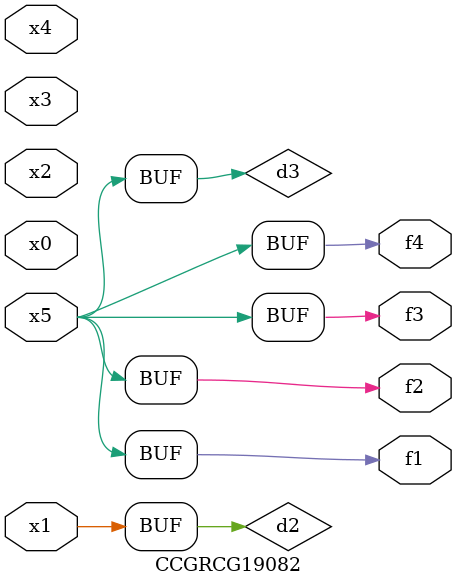
<source format=v>
module CCGRCG19082(
	input x0, x1, x2, x3, x4, x5,
	output f1, f2, f3, f4
);

	wire d1, d2, d3;

	not (d1, x5);
	or (d2, x1);
	xnor (d3, d1);
	assign f1 = d3;
	assign f2 = d3;
	assign f3 = d3;
	assign f4 = d3;
endmodule

</source>
